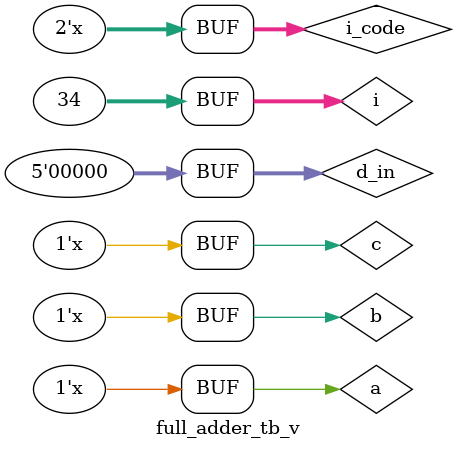
<source format=v>

`timescale 1ms/1ms

module full_adder_tb_v;
  
  reg        a     ;
  reg        b     ;
  reg        c     ;
  reg  [1:0] i_code;
  wire       o_f   ;
  
  reg [4:0] d_in = 5'b00000;
  integer i;
  
  // duv port map options:
  full_adder_v  duv (
                            .a     (a     ),
                            .b     (b     ),
                            .c     (c     ),
                            .i_code(i_code),
                            .o_f   (o_f   )
  );

  //procedure statement
  initial begin

      
      
      for (i = 0 ; i < 34 ; i = i + 1) begin
        #1000 a      = d_in[0];
              b      = d_in[1];
              c      = d_in[2];
              i_code = d_in[4:3];
      
      
      
        // #1000 i_code = d_in;
        // #1000 o_code[0] = d_in[0]; o_code[1] = d_in[1]; o_code[2] = d_in[]; i_d = d_in[4];
        d_in = d_in + 1;
      end
          
    end

endmodule

</source>
